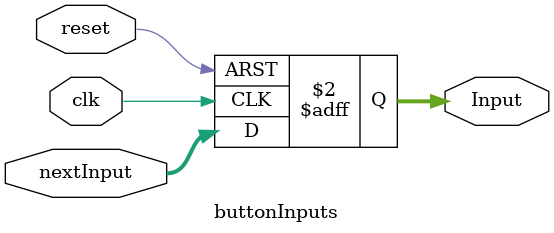
<source format=sv>
module buttonInputs(input logic clk, reset,
						input logic [7:0] nextInput,
						output logic [7:0]Input
						);
	always_ff @(posedge clk, posedge reset)
		begin 
			if(reset) Input <= 0;
			else Input <= nextInput;
		end
endmodule
</source>
